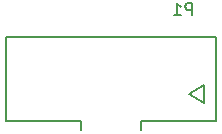
<source format=gbr>
G04 #@! TF.FileFunction,Legend,Bot*
%FSLAX46Y46*%
G04 Gerber Fmt 4.6, Leading zero omitted, Abs format (unit mm)*
G04 Created by KiCad (PCBNEW 4.0.1-stable) date 4/15/2016 9:37:48 AM*
%MOMM*%
G01*
G04 APERTURE LIST*
%ADD10C,0.100000*%
%ADD11C,0.150000*%
G04 APERTURE END LIST*
D10*
D11*
X40767000Y-30734000D02*
X40767000Y-23622000D01*
X22987000Y-30734000D02*
X22987000Y-23622000D01*
X34417000Y-31496000D02*
X34417000Y-30734000D01*
X34417000Y-30734000D02*
X40767000Y-30734000D01*
X40767000Y-23622000D02*
X22987000Y-23622000D01*
X22987000Y-30734000D02*
X29337000Y-30734000D01*
X29337000Y-30734000D02*
X29337000Y-31496000D01*
X38481000Y-28448000D02*
X39751000Y-27686000D01*
X39751000Y-27686000D02*
X39751000Y-29210000D01*
X39751000Y-29210000D02*
X38481000Y-28448000D01*
X38711095Y-21788381D02*
X38711095Y-20788381D01*
X38330142Y-20788381D01*
X38234904Y-20836000D01*
X38187285Y-20883619D01*
X38139666Y-20978857D01*
X38139666Y-21121714D01*
X38187285Y-21216952D01*
X38234904Y-21264571D01*
X38330142Y-21312190D01*
X38711095Y-21312190D01*
X37187285Y-21788381D02*
X37758714Y-21788381D01*
X37473000Y-21788381D02*
X37473000Y-20788381D01*
X37568238Y-20931238D01*
X37663476Y-21026476D01*
X37758714Y-21074095D01*
M02*

</source>
